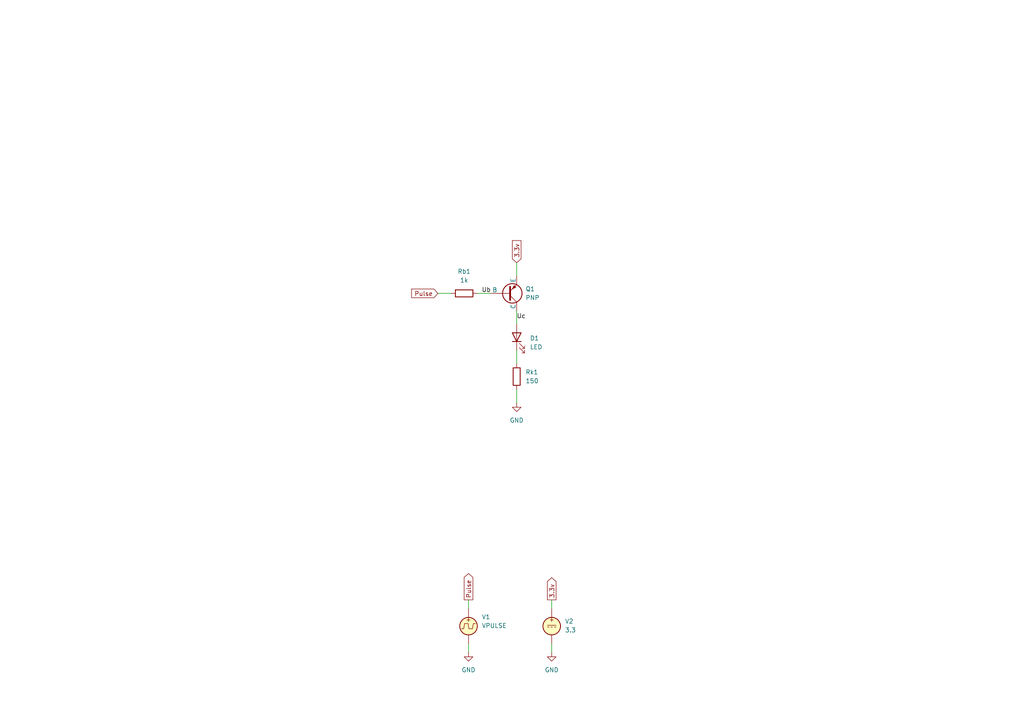
<source format=kicad_sch>
(kicad_sch (version 20250114) (generator "eeschema") (generator_version "9.0")
  (paper "A4")
  (title_block (title "PNP transistor as switch with LED") (date "2025-09-13") (company "GitHub/OJStuff"))
  (lib_symbols
    (symbol "Device:LED" (pin_numbers (hide yes)) (pin_names (offset 1.016) (hide yes))
      (property "Reference" "D" (at 0 2.54 0))
      (property "Value" "LED" (at 0 -2.54 0))
      (symbol "LED_0_1"
        (polyline (pts (xy -3.048 -0.762) (xy -4.572 -2.286) (xy -3.81 -2.286) (xy -4.572 -2.286) (xy -4.572 -1.524)))
        (polyline (pts (xy -1.778 -0.762) (xy -3.302 -2.286) (xy -2.54 -2.286) (xy -3.302 -2.286) (xy -3.302 -1.524)))
        (polyline (pts (xy -1.27 0) (xy 1.27 0)))
        (polyline (pts (xy -1.27 -1.27) (xy -1.27 1.27)) (stroke (width 0.254)))
        (polyline (pts (xy 1.27 -1.27) (xy 1.27 1.27) (xy -1.27 0) (xy 1.27 -1.27)) (stroke (width 0.254)))
      )
      (symbol "LED_1_1"
        (pin passive line (at -3.81 0 0) (length 2.54) (name "K") (number "1"))
        (pin passive line (at 3.81 0 180) (length 2.54) (name "A") (number "2"))
      )
    )
    (symbol "Device:R" (pin_numbers (hide yes)) (pin_names (offset 0))
      (property "Reference" "R" (at 2.032 0 90))
      (property "Value" "R" (at 0 0 90))
      (symbol "R_0_1"
        (rectangle (start -1.016 -2.54) (end 1.016 2.54) (stroke (width 0.254)))
      )
      (symbol "R_1_1"
        (pin passive line (at 0 3.81 270) (length 1.27) (name "~") (number "1"))
        (pin passive line (at 0 -3.81 90) (length 1.27) (name "~") (number "2"))
      )
    )
    (symbol "Simulation_SPICE:PNP" (pin_numbers (hide yes)) (pin_names (offset 0))
      (property "Reference" "Q" (at -2.54 7.62 0))
      (property "Value" "PNP" (at -2.54 5.08 0))
      (symbol "PNP_0_1"
        (polyline (pts (xy -2.54 0) (xy 0.635 0)) (stroke (width 0.1524)))
        (polyline (pts (xy 0.635 1.905) (xy 0.635 -1.905) (xy 0.635 -1.905)) (stroke (width 0.508)))
        (polyline (pts (xy 0.635 0.635) (xy 2.54 2.54)))
        (polyline (pts (xy 0.635 -0.635) (xy 2.54 -2.54) (xy 2.54 -2.54)))
        (circle (center 1.27 0) (radius 2.8194) (stroke (width 0.254)))
        (polyline (pts (xy 2.286 -1.778) (xy 1.778 -2.286) (xy 1.27 -1.27) (xy 2.286 -1.778) (xy 2.286 -1.778)) (fill (type outline)))
      )
      (symbol "PNP_1_1"
        (pin input line (at -5.08 0 0) (length 2.54) (name "B") (number "2"))
        (pin open_collector line (at 2.54 5.08 270) (length 2.54) (name "C") (number "1"))
        (pin open_emitter line (at 2.54 -5.08 90) (length 2.54) (name "E") (number "3"))
      )
    )
    (symbol "Simulation_SPICE:VDC" (pin_numbers (hide yes)) (pin_names (offset 0.0254))
      (property "Reference" "V" (at 2.54 2.54 0))
      (property "Value" "1" (at 2.54 0 0))
      (symbol "VDC_0_0"
        (polyline (pts (xy -1.27 0.254) (xy 1.27 0.254)))
        (polyline (pts (xy -0.762 -0.254) (xy -1.27 -0.254)))
        (polyline (pts (xy 0.254 -0.254) (xy -0.254 -0.254)))
        (polyline (pts (xy 1.27 -0.254) (xy 0.762 -0.254)))
        (text "+" (at 0 1.905 0) (effects (font (size 1.27 1.27))))
      )
      (symbol "VDC_0_1"
        (circle (center 0 0) (radius 2.54) (stroke (width 0.254)) (fill (type background)))
      )
      (symbol "VDC_1_1"
        (pin passive line (at 0 5.08 270) (length 2.54) (name "~") (number "1"))
        (pin passive line (at 0 -5.08 90) (length 2.54) (name "~") (number "2"))
      )
    )
    (symbol "Simulation_SPICE:VPULSE" (pin_numbers (hide yes)) (pin_names (offset 0.0254))
      (property "Reference" "V" (at 2.54 2.54 0))
      (property "Value" "VPULSE" (at 2.54 0 0))
      (property "Sim.Params" "y1=0 y2=1 td=2n tr=2n tf=2n tw=50n per=100n" (at 2.54 -2.54 0))
      (symbol "VPULSE_0_0"
        (polyline (pts (xy -2.032 -0.762) (xy -1.397 -0.762) (xy -1.143 0.762) (xy -0.127 0.762) (xy 0.127 -0.762) (xy 1.143 -0.762) (xy 1.397 0.762) (xy 2.032 0.762)))
        (text "+" (at 0 1.905 0) (effects (font (size 1.27 1.27))))
      )
      (symbol "VPULSE_0_1"
        (circle (center 0 0) (radius 2.54) (stroke (width 0.254)) (fill (type background)))
      )
      (symbol "VPULSE_1_1"
        (pin passive line (at 0 5.08 270) (length 2.54) (name "~") (number "1"))
        (pin passive line (at 0 -5.08 90) (length 2.54) (name "~") (number "2"))
      )
    )
    (symbol "power:GND" (power) (pin_numbers (hide yes)) (pin_names (offset 0) (hide yes))
      (property "Value" "GND" (at 0 -3.81 0))
      (symbol "GND_0_1"
        (polyline (pts (xy 0 0) (xy 0 -1.27) (xy 1.27 -1.27) (xy 0 -2.54) (xy -1.27 -1.27) (xy 0 -1.27)))
      )
      (symbol "GND_1_1"
        (pin power_in line (at 0 0 270) (length 0) (name "~") (number "1"))
      )
    )
  )
  (wire (pts (xy 149.86 113.03) (xy 149.86 116.84)))
  (wire (pts (xy 149.86 90.17) (xy 149.86 93.98)))
  (wire (pts (xy 135.89 173.99) (xy 135.89 176.53)))
  (wire (pts (xy 135.89 186.69) (xy 135.89 189.23)))
  (wire (pts (xy 138.43 85.09) (xy 142.24 85.09)))
  (wire (pts (xy 127 85.09) (xy 130.81 85.09)))
  (wire (pts (xy 149.86 101.6) (xy 149.86 105.41)))
  (wire (pts (xy 160.02 173.99) (xy 160.02 176.53)))
  (wire (pts (xy 149.86 76.2) (xy 149.86 80.01)))
  (wire (pts (xy 160.02 186.69) (xy 160.02 189.23)))
  (label "Ub" (at 139.7 85.09 0))
  (label "Uc" (at 149.86 92.71 0))
  (global_label "3.3v" (shape input) (at 149.86 76.2 90) (property "Intersheetrefs" "${INTERSHEET_REFS}" (effects (hide yes))))
  (global_label "3.3v" (shape output) (at 160.02 173.99 90) (property "Intersheetrefs" "${INTERSHEET_REFS}" (effects (hide yes))))
  (global_label "Pulse" (shape input) (at 127 85.09 180) (property "Intersheetrefs" "${INTERSHEET_REFS}" (effects (hide yes))))
  (global_label "Pulse" (shape output) (at 135.89 173.99 90) (property "Intersheetrefs" "${INTERSHEET_REFS}" (effects (hide yes))))
  (symbol (lib_id "Simulation_SPICE:VPULSE") (at 135.89 181.61 0) (unit 1)
    (property "Reference" "V1" (at 139.7 178.9401 0) (effects (justify left)))
    (property "Value" "VPULSE" (at 139.7 181.4801 0) (effects (justify left)))
    (property "Datasheet" "https://ngspice.sourceforge.io/docs/ngspice-html-manual/manual.xhtml#sec_Independent_Sources_for" (effects (hide yes)))
    (property "Description" "Voltage source, pulse" (effects (hide yes)))
    (property "Sim.Pins" "1=+ 2=-" (effects (hide yes)))
    (property "Sim.Type" "PULSE" (effects (hide yes)))
    (property "Sim.Device" "V" (effects (hide yes)))
    (property "Sim.Params" "y1=0 y2=3.3 td=2n tr=2n tf=2n tw=1m per=2m" (effects (hide yes)))
  )
  (symbol (lib_id "Simulation_SPICE:VDC") (at 160.02 181.61 0) (unit 1)
    (property "Reference" "V2" (at 163.83 180.2101 0) (effects (justify left)))
    (property "Value" "3.3" (at 163.83 182.7501 0) (effects (justify left)))
    (property "Datasheet" "https://ngspice.sourceforge.io/docs/ngspice-html-manual/manual.xhtml#sec_Independent_Sources_for" (effects (hide yes)))
    (property "Description" "Voltage source, DC" (effects (hide yes)))
    (property "Sim.Pins" "1=+ 2=-" (effects (hide yes)))
    (property "Sim.Type" "DC" (effects (hide yes)))
    (property "Sim.Device" "V" (effects (hide yes)))
  )
  (symbol (lib_id "Simulation_SPICE:PNP") (at 147.32 85.09 0) (mirror x) (unit 1)
    (property "Reference" "Q1" (at 152.4 83.8199 0) (effects (justify left)))
    (property "Value" "PNP" (at 152.4 86.3599 0) (effects (justify left)))
    (property "Datasheet" "https://ngspice.sourceforge.io/docs/ngspice-html-manual/manual.xhtml#cha_BJTs" (effects (hide yes)))
    (property "Description" "Bipolar transistor symbol for simulation only, substrate tied to the emitter" (effects (hide yes)))
    (property "Sim.Device" "PNP" (effects (hide yes)))
    (property "Sim.Type" "GUMMELPOON" (effects (hide yes)))
    (property "Sim.Pins" "1=C 2=B 3=E" (effects (hide yes)))
  )
  (symbol (lib_id "power:GND") (at 160.02 189.23 0) (unit 1)
    (property "Reference" "#PWR03" (effects (hide yes)))
    (property "Value" "GND" (at 160.02 194.31 0))
    (property "Description" "Power symbol creates a global label with name \"GND\" , ground" (effects (hide yes)))
  )
  (symbol (lib_id "Device:R") (at 149.86 109.22 0) (unit 1)
    (property "Reference" "Rk1" (at 152.4 107.9499 0) (effects (justify left)))
    (property "Value" "150" (at 152.4 110.4899 0) (effects (justify left)))
    (property "Description" "Resistor" (effects (hide yes)))
  )
  (symbol (lib_id "Device:LED") (at 149.86 97.79 90) (unit 1)
    (property "Reference" "D1" (at 153.67 98.1074 90) (effects (justify right)))
    (property "Value" "LED" (at 153.67 100.6474 90) (effects (justify right)))
    (property "Description" "Light emitting diode" (effects (hide yes)))
    (property "Sim.Pins" "1=K 2=A" (effects (hide yes)))
    (property "Sim.Library" "/home/ojs/Documents/GitHub/Schematics-Examples/Actuator-NPN-switch-LED/LED.lib" (effects (hide yes)))
    (property "Sim.Name" "LED" (effects (hide yes)))
    (property "Sim.Device" "D" (effects (hide yes)))
  )
  (symbol (lib_id "Device:R") (at 134.62 85.09 90) (unit 1)
    (property "Reference" "Rb1" (at 134.62 78.74 90))
    (property "Value" "1k" (at 134.62 81.28 90))
    (property "Description" "Resistor" (effects (hide yes)))
  )
  (symbol (lib_id "power:GND") (at 135.89 189.23 0) (unit 1)
    (property "Reference" "#PWR04" (effects (hide yes)))
    (property "Value" "GND" (at 135.89 194.31 0))
    (property "Description" "Power symbol creates a global label with name \"GND\" , ground" (effects (hide yes)))
  )
  (symbol (lib_id "power:GND") (at 149.86 116.84 0) (unit 1)
    (property "Reference" "#PWR02" (effects (hide yes)))
    (property "Value" "GND" (at 149.86 121.92 0))
    (property "Description" "Power symbol creates a global label with name \"GND\" , ground" (effects (hide yes)))
  )
)
</source>
